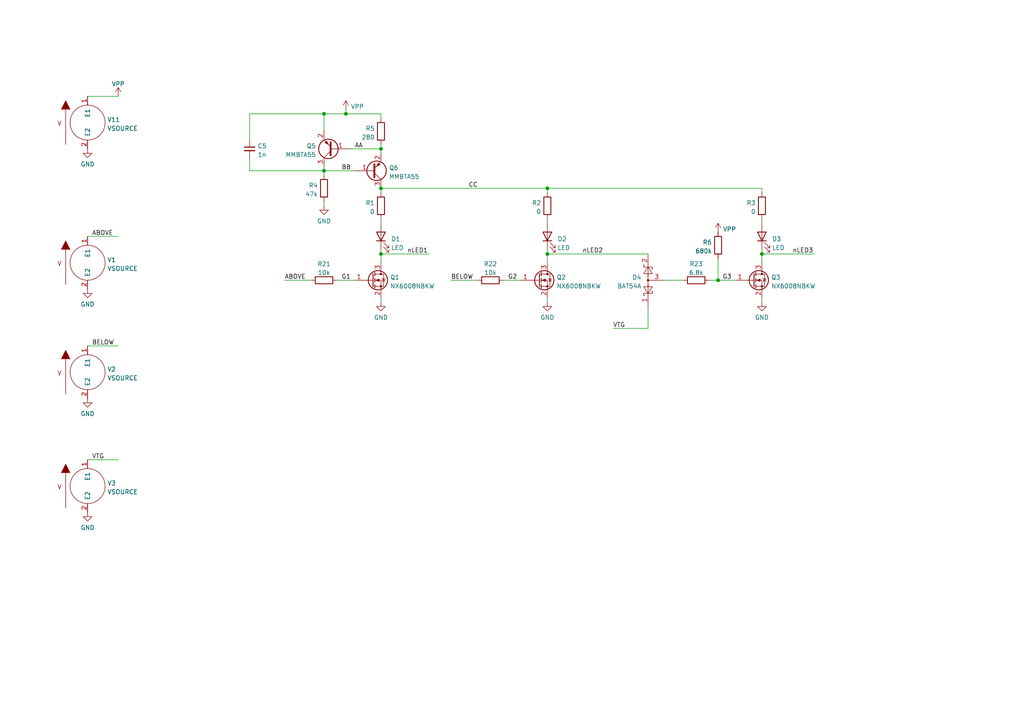
<source format=kicad_sch>
(kicad_sch (version 20211123) (generator eeschema)
  (paper "A4")
  (lib_symbols
    (symbol "AA-OSA-Basic:BAT54A" (pin_names (offset 1.016))
      (property "Reference" "D" (at 0.635 -3.81 0))
      (property "Value" "BAT54A" (at -6.35 3.175 0))
      (symbol "BAT54A_0_1"
        (polyline (pts (xy -4.445 1.27) (xy -4.445 1.016)))
        (polyline (pts (xy -3.81 -1.27) (xy -3.81 1.27)))
        (polyline (pts (xy -3.81 -1.27) (xy -3.175 -1.27)))
        (polyline (pts (xy -3.81 0) (xy -1.27 0)))
        (polyline (pts (xy -3.81 1.27) (xy -4.445 1.27)))
        (polyline (pts (xy -3.175 -1.27) (xy -3.175 -1.016)))
        (polyline (pts (xy -1.905 0) (xy 1.905 0)))
        (polyline (pts (xy 1.27 0) (xy 3.81 0)))
        (polyline (pts (xy 3.175 -1.27) (xy 3.175 -1.016)))
        (polyline (pts (xy 3.81 -1.27) (xy 3.175 -1.27)))
        (polyline (pts (xy 3.81 -1.27) (xy 3.81 1.27)))
        (polyline (pts (xy 3.81 1.27) (xy 4.445 1.27)))
        (polyline (pts (xy 4.445 1.27) (xy 4.445 1.016)))
        (polyline (pts (xy -1.905 1.27) (xy -1.905 -1.27) (xy -3.81 0) (xy -1.905 1.27)))
        (polyline (pts (xy 1.905 1.27) (xy 1.905 -1.27) (xy 3.81 0) (xy 1.905 1.27)))
        (circle (center 0 0) (radius 0.254) (fill (type outline)))
      )
      (symbol "BAT54A_1_1"
        (pin passive line (at -7.62 0 0) (length 3.81) (name "~") (number "1"))
        (pin passive line (at 7.62 0 180) (length 3.81) (name "~") (number "2"))
        (pin passive line (at 0 -5.08 90) (length 5.08) (name "~") (number "3"))
      )
    )
    (symbol "AA-OSA-Basic:MMBTA55" (pin_names (offset 0) hide)
      (property "Reference" "Q" (at 5.08 1.905 0))
      (property "Value" "MMBTA55" (at 5.08 0 0))
      (symbol "MMBTA55_0_1"
        (polyline (pts (xy 0.635 0.635) (xy 2.54 2.54)))
        (polyline (pts (xy 0.635 -0.635) (xy 2.54 -2.54) (xy 2.54 -2.54)))
        (polyline (pts (xy 0.635 1.905) (xy 0.635 -1.905) (xy 0.635 -1.905)) (stroke (width 0.508)))
        (polyline (pts (xy 2.286 -1.778) (xy 1.778 -2.286) (xy 1.27 -1.27) (xy 2.286 -1.778) (xy 2.286 -1.778)) (fill (type outline)))
        (circle (center 1.27 0) (radius 2.8194) (stroke (width 0.254)))
      )
      (symbol "MMBTA55_1_1"
        (pin input line (at -5.08 0 0) (length 5.715) (name "B") (number "1"))
        (pin passive line (at 2.54 -5.08 90) (length 2.54) (name "E") (number "2"))
        (pin passive line (at 2.54 5.08 270) (length 2.54) (name "C") (number "3"))
      )
    )
    (symbol "AA-OSA-Basic:NX6008NBKW" (pin_names hide)
      (property "Reference" "Q" (at 5.08 1.905 0))
      (property "Value" "NX6008NBKW" (at 5.08 0 0))
      (symbol "NX6008NBKW_0_1"
        (polyline (pts (xy 0.254 0) (xy -2.54 0)))
        (polyline (pts (xy 0.254 1.905) (xy 0.254 -1.905)) (stroke (width 0.254)))
        (polyline (pts (xy 0.762 -1.27) (xy 0.762 -2.286)) (stroke (width 0.254)))
        (polyline (pts (xy 0.762 0.508) (xy 0.762 -0.508)) (stroke (width 0.254)))
        (polyline (pts (xy 0.762 2.286) (xy 0.762 1.27)) (stroke (width 0.254)))
        (polyline (pts (xy 2.54 2.54) (xy 2.54 1.778)))
        (polyline (pts (xy 2.54 -2.54) (xy 2.54 0) (xy 0.762 0)))
        (polyline (pts (xy 0.762 -1.778) (xy 3.302 -1.778) (xy 3.302 1.778) (xy 0.762 1.778)))
        (polyline (pts (xy 1.016 0) (xy 2.032 0.381) (xy 2.032 -0.381) (xy 1.016 0)) (fill (type outline)))
        (polyline (pts (xy 2.794 0.508) (xy 2.921 0.381) (xy 3.683 0.381) (xy 3.81 0.254)))
        (polyline (pts (xy 3.302 0.381) (xy 2.921 -0.254) (xy 3.683 -0.254) (xy 3.302 0.381)))
        (circle (center 1.651 0) (radius 2.794) (stroke (width 0.254)))
        (circle (center 2.54 -1.778) (radius 0.254) (fill (type outline)))
        (circle (center 2.54 1.778) (radius 0.254) (fill (type outline)))
      )
      (symbol "NX6008NBKW_1_1"
        (pin input line (at -5.08 0 0) (length 2.54) (name "G") (number "1"))
        (pin passive line (at 2.54 -5.08 90) (length 2.54) (name "S") (number "2"))
        (pin passive line (at 2.54 5.08 270) (length 2.54) (name "D") (number "3"))
      )
    )
    (symbol "Device:C_Small" (pin_numbers hide) (pin_names (offset 0.254) hide)
      (property "Reference" "C" (at 0.254 1.778 0))
      (property "Value" "C_Small" (at 0.254 -2.032 0))
      (symbol "C_Small_0_1"
        (polyline (pts (xy -1.524 -0.508) (xy 1.524 -0.508)) (stroke (width 0.3302)))
        (polyline (pts (xy -1.524 0.508) (xy 1.524 0.508)) (stroke (width 0.3048)))
      )
      (symbol "C_Small_1_1"
        (pin passive line (at 0 2.54 270) (length 2.032) (name "~") (number "1"))
        (pin passive line (at 0 -2.54 90) (length 2.032) (name "~") (number "2"))
      )
    )
    (symbol "Device:LED" (pin_numbers hide) (pin_names (offset 1.016) hide)
      (property "Reference" "D" (at 0 2.54 0))
      (property "Value" "LED" (at 0 -2.54 0))
      (symbol "LED_0_1"
        (polyline (pts (xy -1.27 -1.27) (xy -1.27 1.27)) (stroke (width 0.254)))
        (polyline (pts (xy -1.27 0) (xy 1.27 0)))
        (polyline (pts (xy 1.27 -1.27) (xy 1.27 1.27) (xy -1.27 0) (xy 1.27 -1.27)) (stroke (width 0.254)))
        (polyline (pts (xy -3.048 -0.762) (xy -4.572 -2.286) (xy -3.81 -2.286) (xy -4.572 -2.286) (xy -4.572 -1.524)))
        (polyline (pts (xy -1.778 -0.762) (xy -3.302 -2.286) (xy -2.54 -2.286) (xy -3.302 -2.286) (xy -3.302 -1.524)))
      )
      (symbol "LED_1_1"
        (pin passive line (at -3.81 0 0) (length 2.54) (name "K") (number "1"))
        (pin passive line (at 3.81 0 180) (length 2.54) (name "A") (number "2"))
      )
    )
    (symbol "Device:R" (pin_numbers hide) (pin_names (offset 0))
      (property "Reference" "R" (at 2.032 0 90))
      (property "Value" "R" (at 0 0 90))
      (symbol "R_0_1"
        (rectangle (start -1.016 -2.54) (end 1.016 2.54) (stroke (width 0.254)))
      )
      (symbol "R_1_1"
        (pin passive line (at 0 3.81 270) (length 1.27) (name "~") (number "1"))
        (pin passive line (at 0 -3.81 90) (length 1.27) (name "~") (number "2"))
      )
    )
    (symbol "power:GND" (power) (pin_names (offset 0))
      (property "Value" "GND" (at 0 -3.81 0))
      (symbol "GND_0_1"
        (polyline (pts (xy 0 0) (xy 0 -1.27) (xy 1.27 -1.27) (xy 0 -2.54) (xy -1.27 -1.27) (xy 0 -1.27)))
      )
      (symbol "GND_1_1"
        (pin power_in line (at 0 0 270) (length 0) hide (name "GND") (number "1"))
      )
    )
    (symbol "power:VPP" (power) (pin_names (offset 0))
      (property "Value" "VPP" (at 0 3.81 0))
      (symbol "VPP_0_1"
        (polyline (pts (xy -0.762 1.27) (xy 0 2.54)))
        (polyline (pts (xy 0 0) (xy 0 2.54)))
        (polyline (pts (xy 0 2.54) (xy 0.762 1.27)))
      )
      (symbol "VPP_1_1"
        (pin power_in line (at 0 0 90) (length 0) hide (name "VPP") (number "1"))
      )
    )
    (symbol "pspice:VSOURCE" (pin_names (offset 1.016))
      (property "Reference" "V" (at -6.35 7.62 0))
      (property "Value" "VSOURCE" (at 0 0 0))
      (symbol "VSOURCE_0_1"
        (polyline (pts (xy -6.35 -6.35) (xy -6.35 3.81)) (fill (type outline)))
        (polyline (pts (xy -7.62 3.81) (xy -6.35 6.35) (xy -5.08 3.81)) (fill (type outline)))
        (circle (center 0 0) (radius 5.08))
        (text "V" (at -8.128 -0.254 0) (effects (font (size 1.27 1.27))))
      )
      (symbol "VSOURCE_1_1"
        (pin input line (at 0 7.62 270) (length 2.54) (name "E1") (number "1"))
        (pin input line (at 0 -7.62 90) (length 2.54) (name "E2") (number "2"))
      )
    )
  )
  (junction (at 110.49 43.18))
  (junction (at 93.98 49.53))
  (junction (at 110.49 54.61))
  (junction (at 100.33 33.02))
  (junction (at 93.98 33.02))
  (junction (at 110.49 73.66))
  (junction (at 158.75 73.66))
  (junction (at 208.28 81.28))
  (junction (at 158.75 54.61))
  (junction (at 220.98 73.66))
  (wire (pts (xy 102.87 49.53) (xy 93.98 49.53)))
  (wire (pts (xy 220.98 73.66) (xy 220.98 76.2)))
  (wire (pts (xy 208.28 74.93) (xy 208.28 81.28)))
  (wire (pts (xy 25.4 133.35) (xy 34.29 133.35)))
  (wire (pts (xy 158.75 73.66) (xy 187.96 73.66)))
  (wire (pts (xy 110.49 33.02) (xy 100.33 33.02)))
  (wire (pts (xy 25.4 68.58) (xy 34.29 68.58)))
  (wire (pts (xy 110.49 73.66) (xy 124.46 73.66)))
  (wire (pts (xy 158.75 72.39) (xy 158.75 73.66)))
  (wire (pts (xy 93.98 33.02) (xy 72.39 33.02)))
  (wire (pts (xy 72.39 45.72) (xy 72.39 49.53)))
  (wire (pts (xy 110.49 54.61) (xy 158.75 54.61)))
  (wire (pts (xy 101.6 43.18) (xy 110.49 43.18)))
  (wire (pts (xy 100.33 31.75) (xy 100.33 33.02)))
  (wire (pts (xy 110.49 73.66) (xy 110.49 76.2)))
  (wire (pts (xy 100.33 33.02) (xy 93.98 33.02)))
  (wire (pts (xy 130.81 81.28) (xy 138.43 81.28)))
  (wire (pts (xy 110.49 43.18) (xy 110.49 41.91)))
  (wire (pts (xy 220.98 87.63) (xy 220.98 86.36)))
  (wire (pts (xy 205.74 81.28) (xy 208.28 81.28)))
  (wire (pts (xy 146.05 81.28) (xy 151.13 81.28)))
  (wire (pts (xy 158.75 54.61) (xy 220.98 54.61)))
  (wire (pts (xy 187.96 88.9) (xy 187.96 95.25)))
  (wire (pts (xy 82.55 81.28) (xy 90.17 81.28)))
  (wire (pts (xy 110.49 87.63) (xy 110.49 86.36)))
  (wire (pts (xy 110.49 72.39) (xy 110.49 73.66)))
  (wire (pts (xy 93.98 49.53) (xy 93.98 50.8)))
  (wire (pts (xy 220.98 73.66) (xy 236.22 73.66)))
  (wire (pts (xy 110.49 55.88) (xy 110.49 54.61)))
  (wire (pts (xy 158.75 54.61) (xy 158.75 55.88)))
  (wire (pts (xy 158.75 73.66) (xy 158.75 76.2)))
  (wire (pts (xy 25.4 27.94) (xy 34.29 27.94)))
  (wire (pts (xy 177.8 95.25) (xy 187.96 95.25)))
  (wire (pts (xy 110.49 64.77) (xy 110.49 63.5)))
  (wire (pts (xy 93.98 49.53) (xy 93.98 48.26)))
  (wire (pts (xy 72.39 33.02) (xy 72.39 40.64)))
  (wire (pts (xy 220.98 72.39) (xy 220.98 73.66)))
  (wire (pts (xy 72.39 49.53) (xy 93.98 49.53)))
  (wire (pts (xy 93.98 58.42) (xy 93.98 59.69)))
  (wire (pts (xy 158.75 87.63) (xy 158.75 86.36)))
  (wire (pts (xy 25.4 100.33) (xy 34.29 100.33)))
  (wire (pts (xy 220.98 64.77) (xy 220.98 63.5)))
  (wire (pts (xy 158.75 64.77) (xy 158.75 63.5)))
  (wire (pts (xy 110.49 34.29) (xy 110.49 33.02)))
  (wire (pts (xy 220.98 54.61) (xy 220.98 55.88)))
  (wire (pts (xy 208.28 81.28) (xy 213.36 81.28)))
  (wire (pts (xy 110.49 43.18) (xy 110.49 44.45)))
  (wire (pts (xy 93.98 33.02) (xy 93.98 38.1)))
  (wire (pts (xy 193.04 81.28) (xy 198.12 81.28)))
  (wire (pts (xy 97.79 81.28) (xy 102.87 81.28)))
  (label "G1" (at 99.06 81.28 0))
  (label "BELOW" (at 130.81 81.28 0))
  (label "ABOVE" (at 82.55 81.28 0))
  (label "G3" (at 209.55 81.28 0))
  (label "G2" (at 147.32 81.28 0))
  (label "nLED1" (at 118.11 73.66 0))
  (label "VTG" (at 26.67 133.35 0))
  (label "CC" (at 135.89 54.61 0))
  (label "VTG" (at 177.8 95.25 0))
  (label "BB" (at 99.06 49.53 0))
  (label "nLED3" (at 229.87 73.66 0))
  (label "ABOVE" (at 26.67 68.58 0))
  (label "AA" (at 102.87 43.18 0))
  (label "nLED2" (at 168.91 73.66 0))
  (label "BELOW" (at 26.67 100.33 0))
  (symbol (lib_id "AA-OSA-Basic:MMBTA55") (at 107.95 49.53 0) (mirror x) (unit 1)
    (property "Reference" "Q6" (at 112.8014 48.6953 0) (effects (justify left)))
    (property "Value" "MMBTA55" (at 112.8014 51.2322 0) (effects (justify left)))
    (property "Footprint" "Package_TO_SOT_SMD:SOT-23" (effects hide))
    (property "Datasheet" "https://www.onsemi.com/pdf/datasheet/mmbta55lt1-d.pdf" (effects hide))
    (property "Spice_Primitive" "Q" (effects hide))
    (property "Spice_Model" "MMBTA55" (effects hide))
    (property "Spice_Netlist_Enabled" "Y" (effects hide))
    (property "Spice_Node_Sequence" "3 1 2" (effects hide))
    (property "Spice_Lib_File" "/Users/osa/ELEC/libs/Spice/AA-osa-PNP.pspice" (effects hide))
  )
  (symbol (lib_id "Device:R") (at 201.93 81.28 270) (mirror x) (unit 1)
    (property "Reference" "R23" (at 201.93 76.5642 90))
    (property "Value" "6.8k" (at 201.93 79.1011 90))
    (property "Footprint" "Resistor_SMD:R_0805_2012Metric_Pad1.20x1.40mm_HandSolder" (effects hide))
  )
  (symbol (lib_id "power:VPP") (at 208.28 67.31 0) (mirror y) (unit 1)
    (property "Reference" "#PWR010" (effects hide))
    (property "Value" "VPP" (at 209.677 66.4738 0) (effects (justify right)))
  )
  (symbol (lib_id "AA-OSA-Basic:NX6008NBKW") (at 156.21 81.28 0) (unit 1)
    (property "Reference" "Q2" (at 161.417 80.4453 0) (effects (justify left)))
    (property "Value" "NX6008NBKW" (at 161.417 82.9822 0) (effects (justify left)))
    (property "Footprint" "Package_TO_SOT_SMD:SOT-323_SC-70_Handsoldering" (effects hide))
    (property "Datasheet" "https://assets.nexperia.com/documents/data-sheet/NX6008NBKW.pdf" (effects hide))
    (property "Spice_Primitive" "X" (effects hide))
    (property "Spice_Model" "NX6008NBKW" (effects hide))
    (property "Spice_Netlist_Enabled" "Y" (effects hide))
    (property "Spice_Lib_File" "/Users/osa/ELEC/libs/Spice/AA-osa-MosfetN.pspice" (effects hide))
  )
  (symbol (lib_id "power:GND") (at 220.98 87.63 0) (mirror y) (unit 1)
    (property "Reference" "#PWR09" (effects hide))
    (property "Value" "GND" (at 220.98 92.0734 0))
  )
  (symbol (lib_id "power:GND") (at 25.4 115.57 0) (unit 1)
    (property "Reference" "#PWR04" (effects hide))
    (property "Value" "GND" (at 25.4 120.0134 0))
  )
  (symbol (lib_id "pspice:VSOURCE") (at 25.4 76.2 0) (unit 1)
    (property "Reference" "V1" (at 31.115 75.3653 0) (effects (justify left)))
    (property "Value" "VSOURCE" (at 31.115 77.9022 0) (effects (justify left)))
    (property "Spice_Primitive" "V" (effects hide))
    (property "Spice_Model" "dc 2 pwl(0 0 250u 0 250.1u 2.1)" (effects hide))
    (property "Spice_Netlist_Enabled" "Y" (effects hide))
  )
  (symbol (lib_id "power:GND") (at 25.4 83.82 0) (unit 1)
    (property "Reference" "#PWR07" (effects hide))
    (property "Value" "GND" (at 25.4 88.2634 0))
  )
  (symbol (lib_id "Device:R") (at 93.98 81.28 270) (mirror x) (unit 1)
    (property "Reference" "R21" (at 93.98 76.5642 90))
    (property "Value" "10k" (at 93.98 79.1011 90))
    (property "Footprint" "Resistor_SMD:R_0805_2012Metric_Pad1.20x1.40mm_HandSolder" (effects hide))
  )
  (symbol (lib_id "Device:LED") (at 110.49 68.58 90) (unit 1)
    (property "Reference" "D1" (at 113.411 69.3328 90) (effects (justify right)))
    (property "Value" "LED" (at 113.411 71.8697 90) (effects (justify right)))
    (property "Spice_Primitive" "D" (effects hide))
    (property "Spice_Model" "LED_RED1" (effects hide))
    (property "Spice_Netlist_Enabled" "Y" (effects hide))
    (property "Spice_Lib_File" "/Users/osa/ELEC/libs/Spice/AA-osa-Diode.pspice" (effects hide))
    (property "Spice_Node_Sequence" "2 1" (effects hide))
  )
  (symbol (lib_id "pspice:VSOURCE") (at 25.4 140.97 0) (unit 1)
    (property "Reference" "V3" (at 31.115 140.1353 0) (effects (justify left)))
    (property "Value" "VSOURCE" (at 31.115 142.6722 0) (effects (justify left)))
    (property "Spice_Primitive" "V" (effects hide))
    (property "Spice_Model" "dc 2 pwl(0 0 40u 0 40.1u 2 251.5u 2 251.6u 0)" (effects hide))
    (property "Spice_Netlist_Enabled" "Y" (effects hide))
  )
  (symbol (lib_id "power:GND") (at 93.98 59.69 0) (mirror y) (unit 1)
    (property "Reference" "#PWR08" (effects hide))
    (property "Value" "GND" (at 93.98 64.1334 0))
  )
  (symbol (lib_id "Device:R") (at 220.98 59.69 0) (mirror x) (unit 1)
    (property "Reference" "R3" (at 219.2021 58.8553 0) (effects (justify right)))
    (property "Value" "0" (at 219.2021 61.3922 0) (effects (justify right)))
    (property "Footprint" "Resistor_SMD:R_0805_2012Metric_Pad1.20x1.40mm_HandSolder" (effects hide))
  )
  (symbol (lib_id "power:GND") (at 25.4 148.59 0) (unit 1)
    (property "Reference" "#PWR05" (effects hide))
    (property "Value" "GND" (at 25.4 153.0334 0))
  )
  (symbol (lib_id "Device:R") (at 208.28 71.12 0) (mirror x) (unit 1)
    (property "Reference" "R6" (at 206.5021 70.2853 0) (effects (justify right)))
    (property "Value" "680k" (at 206.5021 72.8222 0) (effects (justify right)))
    (property "Footprint" "Resistor_SMD:R_0805_2012Metric_Pad1.20x1.40mm_HandSolder" (effects hide))
    (property "Spice_Netlist_Enabled" "Y" (effects hide))
  )
  (symbol (lib_id "power:GND") (at 25.4 43.18 0) (unit 1)
    (property "Reference" "#PWR01" (effects hide))
    (property "Value" "GND" (at 25.4 47.6234 0))
  )
  (symbol (lib_id "AA-OSA-Basic:NX6008NBKW") (at 218.44 81.28 0) (unit 1)
    (property "Reference" "Q3" (at 223.647 80.4453 0) (effects (justify left)))
    (property "Value" "NX6008NBKW" (at 223.647 82.9822 0) (effects (justify left)))
    (property "Footprint" "Package_TO_SOT_SMD:SOT-323_SC-70_Handsoldering" (effects hide))
    (property "Datasheet" "https://assets.nexperia.com/documents/data-sheet/NX6008NBKW.pdf" (effects hide))
    (property "Spice_Primitive" "X" (effects hide))
    (property "Spice_Model" "NX6008NBKW" (effects hide))
    (property "Spice_Netlist_Enabled" "Y" (effects hide))
    (property "Spice_Lib_File" "/Users/osa/ELEC/libs/Spice/AA-osa-MosfetN.pspice" (effects hide))
  )
  (symbol (lib_id "AA-OSA-Basic:BAT54A") (at 187.96 81.28 90) (unit 1)
    (property "Reference" "D4" (at 186.055 80.4453 90) (effects (justify left)))
    (property "Value" "BAT54A" (at 186.055 82.9822 90) (effects (justify left)))
    (property "Footprint" "Package_TO_SOT_SMD:SOT-23" (effects hide))
    (property "Datasheet" "http://www.diodes.com/_files/datasheets/ds11005.pdf" (effects hide))
    (property "Spice_Primitive" "X" (effects hide))
    (property "Spice_Model" "BAT54A" (effects hide))
    (property "Spice_Netlist_Enabled" "Y" (effects hide))
    (property "Spice_Lib_File" "/Users/osa/ELEC/libs/Spice/AA-osa-Diode.pspice" (effects hide))
  )
  (symbol (lib_id "Device:LED") (at 220.98 68.58 90) (unit 1)
    (property "Reference" "D3" (at 223.901 69.3328 90) (effects (justify right)))
    (property "Value" "LED" (at 223.901 71.8697 90) (effects (justify right)))
    (property "Spice_Primitive" "D" (effects hide))
    (property "Spice_Model" "LED_GREEN" (effects hide))
    (property "Spice_Netlist_Enabled" "Y" (effects hide))
    (property "Spice_Lib_File" "/Users/osa/ELEC/libs/Spice/AA-osa-Diode.pspice" (effects hide))
    (property "Spice_Node_Sequence" "2 1" (effects hide))
  )
  (symbol (lib_id "Device:R") (at 110.49 38.1 0) (mirror x) (unit 1)
    (property "Reference" "R5" (at 108.712 37.2653 0) (effects (justify right)))
    (property "Value" "280" (at 108.712 39.8022 0) (effects (justify right)))
    (property "Footprint" "Resistor_SMD:R_0805_2012Metric_Pad1.20x1.40mm_HandSolder" (effects hide))
  )
  (symbol (lib_id "Device:R") (at 142.24 81.28 270) (mirror x) (unit 1)
    (property "Reference" "R22" (at 142.24 76.5642 90))
    (property "Value" "10k" (at 142.24 79.1011 90))
    (property "Footprint" "Resistor_SMD:R_0805_2012Metric_Pad1.20x1.40mm_HandSolder" (effects hide))
  )
  (symbol (lib_id "Device:R") (at 158.75 59.69 0) (mirror x) (unit 1)
    (property "Reference" "R2" (at 156.9721 58.8553 0) (effects (justify right)))
    (property "Value" "0" (at 156.9721 61.3922 0) (effects (justify right)))
    (property "Footprint" "Resistor_SMD:R_0805_2012Metric_Pad1.20x1.40mm_HandSolder" (effects hide))
  )
  (symbol (lib_id "Device:R") (at 110.49 59.69 0) (mirror x) (unit 1)
    (property "Reference" "R1" (at 108.7121 58.8553 0) (effects (justify right)))
    (property "Value" "0" (at 108.7121 61.3922 0) (effects (justify right)))
    (property "Footprint" "Resistor_SMD:R_0805_2012Metric_Pad1.20x1.40mm_HandSolder" (effects hide))
  )
  (symbol (lib_id "Device:C_Small") (at 72.39 43.18 0) (unit 1)
    (property "Reference" "C5" (at 74.7141 42.3516 0) (effects (justify left)))
    (property "Value" "1n" (at 74.7141 44.8885 0) (effects (justify left)))
    (property "Spice_Netlist_Enabled" "Y" (effects hide))
  )
  (symbol (lib_id "pspice:VSOURCE") (at 25.4 35.56 0) (unit 1)
    (property "Reference" "V11" (at 31.115 34.7253 0) (effects (justify left)))
    (property "Value" "VSOURCE" (at 31.115 37.2622 0) (effects (justify left)))
    (property "Spice_Primitive" "V" (effects hide))
    (property "Spice_Model" "dc 3 pwl(0 3.3 200u 3.3 300u 13.3)" (effects hide))
    (property "Spice_Netlist_Enabled" "Y" (effects hide))
  )
  (symbol (lib_id "power:GND") (at 110.49 87.63 0) (mirror y) (unit 1)
    (property "Reference" "#PWR012" (effects hide))
    (property "Value" "GND" (at 110.49 92.0734 0))
  )
  (symbol (lib_id "power:VPP") (at 34.29 27.94 0) (unit 1)
    (property "Reference" "#PWR02" (effects hide))
    (property "Value" "VPP" (at 34.29 24.3642 0))
  )
  (symbol (lib_id "AA-OSA-Basic:MMBTA55") (at 96.52 43.18 180) (unit 1)
    (property "Reference" "Q5" (at 91.6687 42.3453 0) (effects (justify left)))
    (property "Value" "MMBTA55" (at 91.6687 44.8822 0) (effects (justify left)))
    (property "Footprint" "Package_TO_SOT_SMD:SOT-23" (effects hide))
    (property "Datasheet" "https://www.onsemi.com/pdf/datasheet/mmbta55lt1-d.pdf" (effects hide))
    (property "Spice_Primitive" "Q" (effects hide))
    (property "Spice_Model" "MMBTA55" (effects hide))
    (property "Spice_Netlist_Enabled" "Y" (effects hide))
    (property "Spice_Node_Sequence" "3 1 2" (effects hide))
    (property "Spice_Lib_File" "/Users/osa/ELEC/libs/Spice/AA-osa-PNP.pspice" (effects hide))
  )
  (symbol (lib_id "power:GND") (at 158.75 87.63 0) (mirror y) (unit 1)
    (property "Reference" "#PWR06" (effects hide))
    (property "Value" "GND" (at 158.75 92.0734 0))
  )
  (symbol (lib_id "AA-OSA-Basic:NX6008NBKW") (at 107.95 81.28 0) (unit 1)
    (property "Reference" "Q1" (at 113.157 80.4453 0) (effects (justify left)))
    (property "Value" "NX6008NBKW" (at 113.157 82.9822 0) (effects (justify left)))
    (property "Footprint" "Package_TO_SOT_SMD:SOT-323_SC-70_Handsoldering" (effects hide))
    (property "Datasheet" "https://assets.nexperia.com/documents/data-sheet/NX6008NBKW.pdf" (effects hide))
    (property "Spice_Primitive" "X" (effects hide))
    (property "Spice_Model" "NX6008NBKW" (effects hide))
    (property "Spice_Netlist_Enabled" "Y" (effects hide))
    (property "Spice_Lib_File" "/Users/osa/ELEC/libs/Spice/AA-osa-MosfetN.pspice" (effects hide))
  )
  (symbol (lib_id "pspice:VSOURCE") (at 25.4 107.95 0) (unit 1)
    (property "Reference" "V2" (at 31.115 107.1153 0) (effects (justify left)))
    (property "Value" "VSOURCE" (at 31.115 109.6522 0) (effects (justify left)))
    (property "Spice_Primitive" "V" (effects hide))
    (property "Spice_Model" "dc 2 pwl(0 0 60u 0 60.1u 1.9 80u 1.9 80.1u 0)" (effects hide))
    (property "Spice_Netlist_Enabled" "Y" (effects hide))
  )
  (symbol (lib_id "Device:LED") (at 158.75 68.58 90) (unit 1)
    (property "Reference" "D2" (at 161.671 69.3328 90) (effects (justify right)))
    (property "Value" "LED" (at 161.671 71.8697 90) (effects (justify right)))
    (property "Spice_Primitive" "D" (effects hide))
    (property "Spice_Model" "LED_AMBER" (effects hide))
    (property "Spice_Netlist_Enabled" "Y" (effects hide))
    (property "Spice_Lib_File" "/Users/osa/ELEC/libs/Spice/AA-osa-Diode.pspice" (effects hide))
    (property "Spice_Node_Sequence" "2 1" (effects hide))
  )
  (symbol (lib_id "power:VPP") (at 100.33 31.75 0) (mirror y) (unit 1)
    (property "Reference" "#PWR03" (effects hide))
    (property "Value" "VPP" (at 101.727 30.9138 0) (effects (justify right)))
  )
  (symbol (lib_id "Device:R") (at 93.98 54.61 0) (mirror x) (unit 1)
    (property "Reference" "R4" (at 92.2021 53.7753 0) (effects (justify right)))
    (property "Value" "47k" (at 92.2021 56.3122 0) (effects (justify right)))
    (property "Footprint" "Resistor_SMD:R_0805_2012Metric_Pad1.20x1.40mm_HandSolder" (effects hide))
    (property "Spice_Netlist_Enabled" "Y" (effects hide))
  )
)
</source>
